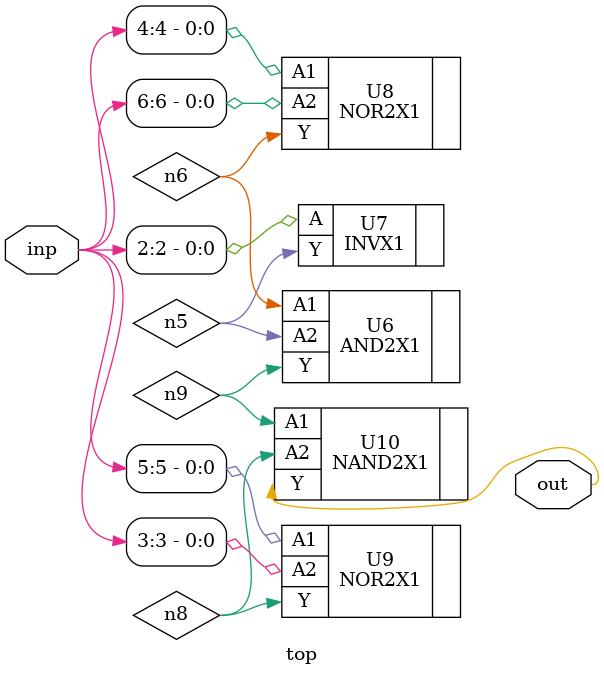
<source format=sv>


module top ( inp, out );
  input [6:0] inp;
  output out;
  wire   n5, n6, n8, n9;

  AND2X1 U6 ( .A1(n6), .A2(n5), .Y(n9) );
  INVX1 U7 ( .A(inp[2]), .Y(n5) );
  NOR2X1 U8 ( .A1(inp[4]), .A2(inp[6]), .Y(n6) );
  NOR2X1 U9 ( .A1(inp[5]), .A2(inp[3]), .Y(n8) );
  NAND2X1 U10 ( .A1(n9), .A2(n8), .Y(out) );
endmodule


</source>
